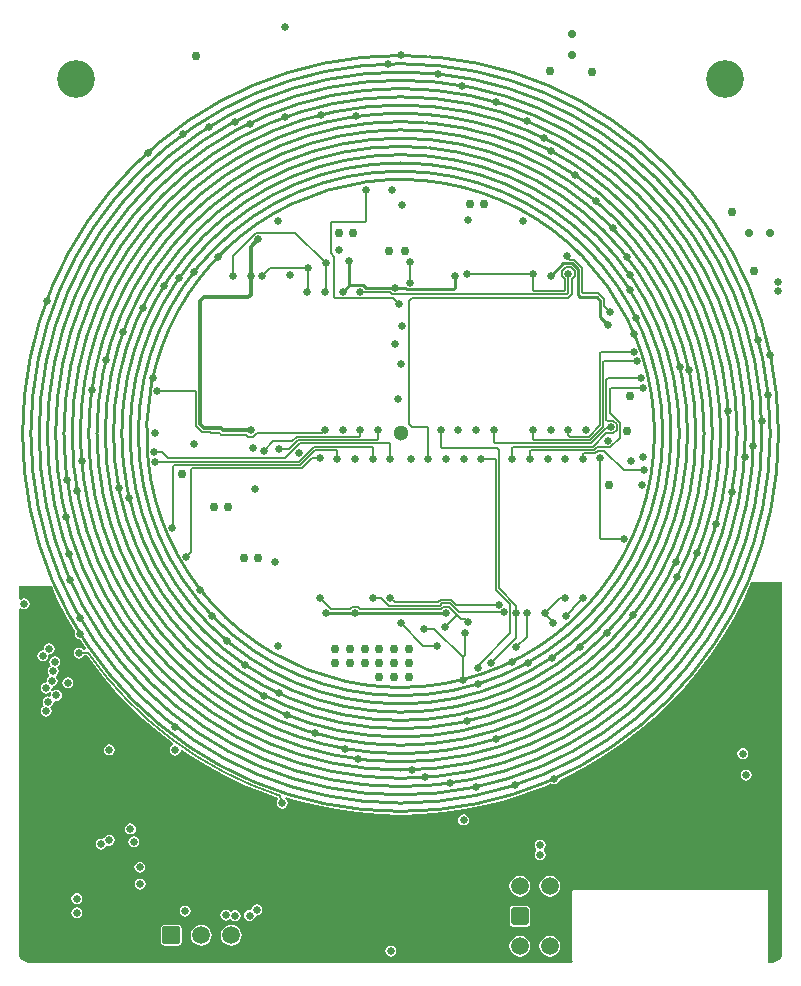
<source format=gbr>
%TF.GenerationSoftware,Altium Limited,Altium Designer,20.1.8 (145)*%
G04 Layer_Physical_Order=3*
G04 Layer_Color=16440176*
%FSLAX43Y43*%
%MOMM*%
%TF.SameCoordinates,D169B7AB-BDD6-48C1-BF66-756871F3EBFE*%
%TF.FilePolarity,Positive*%
%TF.FileFunction,Copper,L3,Inr,Signal*%
%TF.Part,Single*%
G01*
G75*
%TA.AperFunction,Conductor*%
%ADD10C,0.127*%
%ADD11C,0.254*%
%ADD12C,0.152*%
%ADD47C,0.305*%
%TA.AperFunction,ComponentPad*%
%ADD48O,1.900X1.100*%
%ADD49O,2.200X1.100*%
%ADD50C,0.700*%
%ADD51C,1.500*%
G04:AMPARAMS|DCode=52|XSize=1.5mm|YSize=1.5mm|CornerRadius=0.15mm|HoleSize=0mm|Usage=FLASHONLY|Rotation=0.000|XOffset=0mm|YOffset=0mm|HoleType=Round|Shape=RoundedRectangle|*
%AMROUNDEDRECTD52*
21,1,1.500,1.200,0,0,0.0*
21,1,1.200,1.500,0,0,0.0*
1,1,0.300,0.600,-0.600*
1,1,0.300,-0.600,-0.600*
1,1,0.300,-0.600,0.600*
1,1,0.300,0.600,0.600*
%
%ADD52ROUNDEDRECTD52*%
G04:AMPARAMS|DCode=53|XSize=1.5mm|YSize=1.5mm|CornerRadius=0.188mm|HoleSize=0mm|Usage=FLASHONLY|Rotation=0.000|XOffset=0mm|YOffset=0mm|HoleType=Round|Shape=RoundedRectangle|*
%AMROUNDEDRECTD53*
21,1,1.500,1.125,0,0,0.0*
21,1,1.125,1.500,0,0,0.0*
1,1,0.375,0.563,-0.563*
1,1,0.375,-0.563,-0.563*
1,1,0.375,-0.563,0.563*
1,1,0.375,0.563,0.563*
%
%ADD53ROUNDEDRECTD53*%
%TA.AperFunction,ViaPad*%
%ADD54C,0.660*%
%ADD55C,0.760*%
%ADD56C,3.200*%
%ADD57C,1.300*%
G36*
X1064796Y1032428D02*
Y1001000D01*
Y1000922D01*
X1064766Y1000768D01*
X1064705Y1000623D01*
X1064618Y1000492D01*
X1064507Y1000382D01*
X1064377Y1000294D01*
X1064232Y1000234D01*
X1064078Y1000204D01*
X1063630D01*
X1063580Y1000348D01*
X1063620Y1000445D01*
Y1006212D01*
X1063580Y1006309D01*
X1063482Y1006349D01*
X1047175D01*
X1047077Y1006309D01*
X1047037Y1006212D01*
Y1000445D01*
X1047077Y1000348D01*
X1047027Y1000204D01*
X1000922D01*
X1000768Y1000234D01*
X1000623Y1000294D01*
X1000492Y1000382D01*
X1000382Y1000492D01*
X1000294Y1000623D01*
X1000234Y1000768D01*
X1000204Y1000922D01*
Y1001000D01*
Y1030140D01*
X1000215Y1030149D01*
X1000356Y1030207D01*
X1000463Y1030136D01*
X1000641Y1030100D01*
X1000820Y1030136D01*
X1000971Y1030237D01*
X1001072Y1030388D01*
X1001107Y1030566D01*
X1001072Y1030745D01*
X1000971Y1030896D01*
X1000820Y1030997D01*
X1000641Y1031032D01*
X1000463Y1030997D01*
X1000356Y1030926D01*
X1000215Y1030984D01*
X1000204Y1030993D01*
Y1032041D01*
X1002963Y1032041D01*
X1003429Y1031000D01*
X1004259Y1029392D01*
X1004942Y1028235D01*
X1004932Y1028221D01*
X1004897Y1028043D01*
X1004932Y1027864D01*
X1005033Y1027713D01*
X1005184Y1027612D01*
X1005349Y1027579D01*
X1005866Y1026805D01*
X1005797Y1026666D01*
X1005677Y1026658D01*
X1005629Y1026729D01*
X1005478Y1026830D01*
X1005300Y1026866D01*
X1005122Y1026830D01*
X1004971Y1026729D01*
X1004870Y1026578D01*
X1004834Y1026400D01*
X1004870Y1026222D01*
X1004971Y1026071D01*
X1005122Y1025969D01*
X1005300Y1025934D01*
X1005478Y1025969D01*
X1005629Y1026071D01*
X1005729Y1026220D01*
X1005922Y1026232D01*
X1006171Y1025871D01*
X1007208Y1024519D01*
X1008315Y1023223D01*
X1009487Y1021988D01*
X1010723Y1020815D01*
X1012019Y1019708D01*
X1013262Y1018754D01*
X1013234Y1018594D01*
X1013083Y1018493D01*
X1012982Y1018341D01*
X1012947Y1018163D01*
X1012982Y1017985D01*
X1013083Y1017834D01*
X1013234Y1017733D01*
X1013413Y1017697D01*
X1013591Y1017733D01*
X1013742Y1017834D01*
X1013843Y1017985D01*
X1013874Y1018140D01*
X1013952Y1018194D01*
X1014022Y1018223D01*
X1014775Y1017706D01*
X1016228Y1016816D01*
X1017725Y1016003D01*
X1019263Y1015269D01*
X1020837Y1014617D01*
X1022105Y1014168D01*
X1022130Y1014116D01*
X1022157Y1014009D01*
X1022070Y1013878D01*
X1022034Y1013700D01*
X1022070Y1013522D01*
X1022171Y1013371D01*
X1022322Y1013270D01*
X1022500Y1013234D01*
X1022678Y1013270D01*
X1022829Y1013371D01*
X1022930Y1013522D01*
X1022966Y1013700D01*
X1022930Y1013878D01*
X1022829Y1014029D01*
X1022715Y1014106D01*
X1022781Y1014245D01*
X1023567Y1013994D01*
X1025320Y1013542D01*
X1027095Y1013189D01*
X1028887Y1012936D01*
X1030691Y1012784D01*
X1032500Y1012733D01*
X1034309Y1012784D01*
X1036113Y1012936D01*
X1037905Y1013189D01*
X1039680Y1013542D01*
X1041433Y1013994D01*
X1043157Y1014544D01*
X1044848Y1015189D01*
X1045272Y1015379D01*
X1045337Y1015336D01*
X1045516Y1015301D01*
X1045694Y1015336D01*
X1045845Y1015437D01*
X1045946Y1015588D01*
X1045966Y1015690D01*
X1046500Y1015929D01*
X1048108Y1016759D01*
X1049667Y1017679D01*
X1051172Y1018685D01*
X1052618Y1019773D01*
X1054001Y1020941D01*
X1055316Y1022184D01*
X1056559Y1023499D01*
X1057727Y1024882D01*
X1058815Y1026328D01*
X1059821Y1027833D01*
X1060741Y1029392D01*
X1061571Y1031000D01*
X1062210Y1032428D01*
X1064796Y1032428D01*
D02*
G37*
%LPC*%
G36*
X1002756Y1027219D02*
X1002578Y1027183D01*
X1002427Y1027082D01*
X1002326Y1026931D01*
X1002296Y1026780D01*
X1002201Y1026644D01*
X1002023Y1026608D01*
X1001872Y1026507D01*
X1001771Y1026356D01*
X1001735Y1026178D01*
X1001771Y1026000D01*
X1001872Y1025848D01*
X1002023Y1025747D01*
X1002201Y1025712D01*
X1002379Y1025747D01*
X1002531Y1025848D01*
X1002632Y1026000D01*
X1002661Y1026150D01*
X1002756Y1026287D01*
X1002934Y1026322D01*
X1003086Y1026423D01*
X1003187Y1026574D01*
X1003222Y1026753D01*
X1003187Y1026931D01*
X1003086Y1027082D01*
X1002934Y1027183D01*
X1002756Y1027219D01*
D02*
G37*
G36*
X1004338Y1024341D02*
X1004160Y1024305D01*
X1004009Y1024204D01*
X1003908Y1024053D01*
X1003872Y1023875D01*
X1003908Y1023696D01*
X1004009Y1023545D01*
X1004160Y1023444D01*
X1004338Y1023409D01*
X1004516Y1023444D01*
X1004668Y1023545D01*
X1004769Y1023696D01*
X1004804Y1023875D01*
X1004769Y1024053D01*
X1004668Y1024204D01*
X1004516Y1024305D01*
X1004338Y1024341D01*
D02*
G37*
G36*
X1003233Y1026122D02*
X1003055Y1026087D01*
X1002904Y1025986D01*
X1002803Y1025835D01*
X1002767Y1025656D01*
X1002803Y1025478D01*
X1002847Y1025412D01*
X1002902Y1025325D01*
X1002808Y1025217D01*
X1002770Y1025192D01*
X1002669Y1025041D01*
X1002634Y1024862D01*
X1002669Y1024684D01*
X1002734Y1024587D01*
X1002770Y1024533D01*
X1002701Y1024396D01*
X1002677Y1024379D01*
X1002576Y1024228D01*
X1002540Y1024049D01*
X1002540Y1024049D01*
X1002540Y1024049D01*
X1002537Y1024035D01*
X1002418Y1023884D01*
X1002333Y1023867D01*
X1002182Y1023766D01*
X1002081Y1023615D01*
X1002046Y1023437D01*
X1002081Y1023259D01*
X1002182Y1023108D01*
X1002333Y1023007D01*
X1002512Y1022971D01*
X1002690Y1023007D01*
X1002841Y1023108D01*
X1002949Y1023010D01*
X1002935Y1022990D01*
X1002903Y1022826D01*
X1002896Y1022809D01*
X1002765Y1022709D01*
X1002672Y1022728D01*
X1002493Y1022693D01*
X1002342Y1022591D01*
X1002241Y1022440D01*
X1002206Y1022262D01*
X1002241Y1022084D01*
X1002268Y1022043D01*
X1002330Y1021924D01*
X1002229Y1021848D01*
X1002182Y1021816D01*
X1002081Y1021665D01*
X1002046Y1021487D01*
X1002081Y1021309D01*
X1002182Y1021158D01*
X1002333Y1021057D01*
X1002512Y1021021D01*
X1002690Y1021057D01*
X1002841Y1021158D01*
X1002942Y1021309D01*
X1002978Y1021487D01*
X1002942Y1021665D01*
X1002915Y1021706D01*
X1002853Y1021825D01*
X1002954Y1021901D01*
X1003001Y1021933D01*
X1003102Y1022084D01*
X1003135Y1022248D01*
X1003141Y1022265D01*
X1003273Y1022365D01*
X1003366Y1022346D01*
X1003544Y1022382D01*
X1003695Y1022483D01*
X1003797Y1022634D01*
X1003832Y1022812D01*
X1003797Y1022990D01*
X1003695Y1023141D01*
X1003544Y1023242D01*
X1003366Y1023278D01*
X1003188Y1023242D01*
X1003036Y1023141D01*
X1002929Y1023239D01*
X1002942Y1023259D01*
X1002978Y1023437D01*
X1002978Y1023437D01*
X1003060Y1023552D01*
X1003100Y1023602D01*
X1003184Y1023619D01*
X1003336Y1023720D01*
X1003436Y1023871D01*
X1003472Y1024049D01*
X1003436Y1024228D01*
X1003372Y1024325D01*
X1003336Y1024379D01*
X1003404Y1024516D01*
X1003429Y1024533D01*
X1003530Y1024684D01*
X1003566Y1024862D01*
X1003530Y1025041D01*
X1003486Y1025107D01*
X1003431Y1025194D01*
X1003525Y1025302D01*
X1003562Y1025327D01*
X1003664Y1025478D01*
X1003699Y1025656D01*
X1003664Y1025835D01*
X1003562Y1025986D01*
X1003411Y1026087D01*
X1003233Y1026122D01*
D02*
G37*
G36*
X1007851Y1018692D02*
X1007672Y1018656D01*
X1007521Y1018555D01*
X1007420Y1018404D01*
X1007385Y1018226D01*
X1007420Y1018048D01*
X1007521Y1017897D01*
X1007672Y1017796D01*
X1007851Y1017760D01*
X1008029Y1017796D01*
X1008180Y1017897D01*
X1008281Y1018048D01*
X1008317Y1018226D01*
X1008281Y1018404D01*
X1008180Y1018555D01*
X1008029Y1018656D01*
X1007851Y1018692D01*
D02*
G37*
G36*
X1061475Y1018363D02*
X1061297Y1018328D01*
X1061146Y1018227D01*
X1061045Y1018075D01*
X1061009Y1017897D01*
X1061045Y1017719D01*
X1061146Y1017568D01*
X1061297Y1017467D01*
X1061475Y1017431D01*
X1061653Y1017467D01*
X1061805Y1017568D01*
X1061906Y1017719D01*
X1061941Y1017897D01*
X1061906Y1018075D01*
X1061805Y1018227D01*
X1061653Y1018328D01*
X1061475Y1018363D01*
D02*
G37*
G36*
X1061772Y1016519D02*
X1061594Y1016484D01*
X1061443Y1016383D01*
X1061342Y1016232D01*
X1061306Y1016053D01*
X1061342Y1015875D01*
X1061443Y1015724D01*
X1061594Y1015623D01*
X1061772Y1015587D01*
X1061950Y1015623D01*
X1062102Y1015724D01*
X1062203Y1015875D01*
X1062238Y1016053D01*
X1062203Y1016232D01*
X1062102Y1016383D01*
X1061950Y1016484D01*
X1061772Y1016519D01*
D02*
G37*
G36*
X1037833Y1012738D02*
X1037655Y1012703D01*
X1037504Y1012602D01*
X1037403Y1012451D01*
X1037367Y1012272D01*
X1037403Y1012094D01*
X1037504Y1011943D01*
X1037655Y1011842D01*
X1037833Y1011806D01*
X1038011Y1011842D01*
X1038163Y1011943D01*
X1038264Y1012094D01*
X1038299Y1012272D01*
X1038264Y1012451D01*
X1038163Y1012602D01*
X1038011Y1012703D01*
X1037833Y1012738D01*
D02*
G37*
G36*
X1009637Y1011995D02*
X1009459Y1011959D01*
X1009308Y1011858D01*
X1009207Y1011707D01*
X1009171Y1011529D01*
X1009207Y1011350D01*
X1009308Y1011199D01*
X1009459Y1011098D01*
X1009637Y1011063D01*
X1009815Y1011098D01*
X1009967Y1011199D01*
X1010068Y1011350D01*
X1010103Y1011529D01*
X1010068Y1011707D01*
X1009967Y1011858D01*
X1009815Y1011959D01*
X1009637Y1011995D01*
D02*
G37*
G36*
X1007851Y1011042D02*
X1007672Y1011007D01*
X1007521Y1010906D01*
X1007420Y1010754D01*
X1007249Y1010674D01*
X1007144Y1010695D01*
X1006966Y1010659D01*
X1006815Y1010558D01*
X1006714Y1010407D01*
X1006678Y1010229D01*
X1006714Y1010051D01*
X1006815Y1009899D01*
X1006966Y1009798D01*
X1007144Y1009763D01*
X1007323Y1009798D01*
X1007474Y1009899D01*
X1007575Y1010051D01*
X1007746Y1010131D01*
X1007851Y1010110D01*
X1008029Y1010146D01*
X1008180Y1010247D01*
X1008281Y1010398D01*
X1008317Y1010576D01*
X1008281Y1010754D01*
X1008180Y1010906D01*
X1008029Y1011007D01*
X1007851Y1011042D01*
D02*
G37*
G36*
X1009929Y1010891D02*
X1009751Y1010856D01*
X1009600Y1010755D01*
X1009499Y1010603D01*
X1009464Y1010425D01*
X1009499Y1010247D01*
X1009600Y1010096D01*
X1009751Y1009995D01*
X1009929Y1009959D01*
X1010108Y1009995D01*
X1010259Y1010096D01*
X1010360Y1010247D01*
X1010395Y1010425D01*
X1010360Y1010603D01*
X1010259Y1010755D01*
X1010108Y1010856D01*
X1009929Y1010891D01*
D02*
G37*
G36*
X1044329Y1010603D02*
X1044151Y1010567D01*
X1043999Y1010466D01*
X1043898Y1010315D01*
X1043863Y1010137D01*
X1043898Y1009959D01*
X1043999Y1009807D01*
X1044003Y1009805D01*
Y1009653D01*
X1043999Y1009651D01*
X1043898Y1009499D01*
X1043863Y1009321D01*
X1043898Y1009143D01*
X1043999Y1008992D01*
X1044151Y1008891D01*
X1044329Y1008855D01*
X1044507Y1008891D01*
X1044658Y1008992D01*
X1044759Y1009143D01*
X1044795Y1009321D01*
X1044759Y1009499D01*
X1044658Y1009651D01*
X1044655Y1009653D01*
Y1009805D01*
X1044658Y1009807D01*
X1044759Y1009959D01*
X1044795Y1010137D01*
X1044759Y1010315D01*
X1044658Y1010466D01*
X1044507Y1010567D01*
X1044329Y1010603D01*
D02*
G37*
G36*
X1010437Y1008723D02*
X1010259Y1008688D01*
X1010108Y1008586D01*
X1010007Y1008435D01*
X1009971Y1008257D01*
X1010007Y1008079D01*
X1010108Y1007927D01*
X1010259Y1007827D01*
X1010437Y1007791D01*
X1010616Y1007827D01*
X1010767Y1007927D01*
X1010868Y1008079D01*
X1010903Y1008257D01*
X1010868Y1008435D01*
X1010767Y1008586D01*
X1010616Y1008688D01*
X1010437Y1008723D01*
D02*
G37*
G36*
X1010447Y1007293D02*
X1010269Y1007258D01*
X1010118Y1007157D01*
X1010017Y1007006D01*
X1009981Y1006828D01*
X1010017Y1006649D01*
X1010118Y1006498D01*
X1010269Y1006397D01*
X1010447Y1006362D01*
X1010625Y1006397D01*
X1010777Y1006498D01*
X1010878Y1006649D01*
X1010913Y1006828D01*
X1010878Y1007006D01*
X1010777Y1007157D01*
X1010625Y1007258D01*
X1010447Y1007293D01*
D02*
G37*
G36*
X1045150Y1007550D02*
X1044921Y1007519D01*
X1044708Y1007431D01*
X1044525Y1007291D01*
X1044384Y1007107D01*
X1044296Y1006894D01*
X1044266Y1006665D01*
X1044296Y1006436D01*
X1044384Y1006223D01*
X1044525Y1006040D01*
X1044708Y1005899D01*
X1044921Y1005811D01*
X1045150Y1005780D01*
X1045379Y1005811D01*
X1045592Y1005899D01*
X1045776Y1006040D01*
X1045916Y1006223D01*
X1046005Y1006436D01*
X1046035Y1006665D01*
X1046005Y1006894D01*
X1045916Y1007107D01*
X1045776Y1007291D01*
X1045592Y1007431D01*
X1045379Y1007519D01*
X1045150Y1007550D01*
D02*
G37*
G36*
X1042610D02*
X1042381Y1007519D01*
X1042168Y1007431D01*
X1041984Y1007291D01*
X1041844Y1007107D01*
X1041756Y1006894D01*
X1041725Y1006665D01*
X1041756Y1006436D01*
X1041844Y1006223D01*
X1041984Y1006040D01*
X1042168Y1005899D01*
X1042381Y1005811D01*
X1042610Y1005780D01*
X1042839Y1005811D01*
X1043052Y1005899D01*
X1043235Y1006040D01*
X1043376Y1006223D01*
X1043464Y1006436D01*
X1043495Y1006665D01*
X1043464Y1006894D01*
X1043376Y1007107D01*
X1043235Y1007291D01*
X1043052Y1007431D01*
X1042839Y1007519D01*
X1042610Y1007550D01*
D02*
G37*
G36*
X1005082Y1006082D02*
X1004903Y1006047D01*
X1004752Y1005946D01*
X1004651Y1005795D01*
X1004616Y1005616D01*
X1004651Y1005438D01*
X1004752Y1005287D01*
X1004903Y1005186D01*
X1005082Y1005150D01*
X1005260Y1005186D01*
X1005411Y1005287D01*
X1005512Y1005438D01*
X1005547Y1005616D01*
X1005512Y1005795D01*
X1005411Y1005946D01*
X1005260Y1006047D01*
X1005082Y1006082D01*
D02*
G37*
G36*
X1020342Y1005121D02*
X1020163Y1005086D01*
X1020012Y1004985D01*
X1019911Y1004834D01*
X1019895Y1004755D01*
X1019734Y1004643D01*
X1019713Y1004647D01*
X1019535Y1004612D01*
X1019384Y1004511D01*
X1019283Y1004360D01*
X1019247Y1004181D01*
X1019283Y1004003D01*
X1019384Y1003852D01*
X1019535Y1003751D01*
X1019713Y1003715D01*
X1019892Y1003751D01*
X1020043Y1003852D01*
X1020144Y1004003D01*
X1020159Y1004082D01*
X1020320Y1004194D01*
X1020342Y1004190D01*
X1020520Y1004225D01*
X1020671Y1004326D01*
X1020772Y1004477D01*
X1020807Y1004656D01*
X1020772Y1004834D01*
X1020671Y1004985D01*
X1020520Y1005086D01*
X1020342Y1005121D01*
D02*
G37*
G36*
X1014264Y1005005D02*
X1014086Y1004970D01*
X1013935Y1004869D01*
X1013834Y1004717D01*
X1013798Y1004539D01*
X1013834Y1004361D01*
X1013935Y1004210D01*
X1014086Y1004109D01*
X1014264Y1004073D01*
X1014443Y1004109D01*
X1014594Y1004210D01*
X1014695Y1004361D01*
X1014730Y1004539D01*
X1014695Y1004717D01*
X1014594Y1004869D01*
X1014443Y1004970D01*
X1014264Y1005005D01*
D02*
G37*
G36*
X1005082Y1004864D02*
X1004903Y1004828D01*
X1004752Y1004727D01*
X1004651Y1004576D01*
X1004616Y1004398D01*
X1004651Y1004219D01*
X1004752Y1004068D01*
X1004903Y1003967D01*
X1005082Y1003932D01*
X1005260Y1003967D01*
X1005411Y1004068D01*
X1005512Y1004219D01*
X1005547Y1004398D01*
X1005512Y1004576D01*
X1005411Y1004727D01*
X1005260Y1004828D01*
X1005082Y1004864D01*
D02*
G37*
G36*
X1017708Y1004674D02*
X1017530Y1004639D01*
X1017379Y1004538D01*
X1017278Y1004387D01*
X1017242Y1004208D01*
X1017278Y1004030D01*
X1017379Y1003879D01*
X1017530Y1003778D01*
X1017708Y1003742D01*
X1017886Y1003778D01*
X1018038Y1003879D01*
X1018147D01*
X1018165Y1003852D01*
X1018316Y1003751D01*
X1018495Y1003715D01*
X1018673Y1003751D01*
X1018824Y1003852D01*
X1018925Y1004003D01*
X1018961Y1004181D01*
X1018925Y1004360D01*
X1018824Y1004511D01*
X1018673Y1004612D01*
X1018495Y1004647D01*
X1018316Y1004612D01*
X1018165Y1004511D01*
X1018056D01*
X1018038Y1004538D01*
X1017886Y1004639D01*
X1017708Y1004674D01*
D02*
G37*
G36*
X1043210Y1005007D02*
X1042010D01*
X1041902Y1004986D01*
X1041810Y1004925D01*
X1041749Y1004833D01*
X1041728Y1004725D01*
Y1003525D01*
X1041749Y1003417D01*
X1041810Y1003325D01*
X1041902Y1003264D01*
X1042010Y1003243D01*
X1043210D01*
X1043318Y1003264D01*
X1043410Y1003325D01*
X1043471Y1003417D01*
X1043492Y1003525D01*
Y1004725D01*
X1043471Y1004833D01*
X1043410Y1004925D01*
X1043318Y1004986D01*
X1043210Y1005007D01*
D02*
G37*
G36*
X1013658Y1003387D02*
X1012533D01*
X1012410Y1003362D01*
X1012306Y1003293D01*
X1012236Y1003189D01*
X1012212Y1003066D01*
Y1001941D01*
X1012236Y1001818D01*
X1012306Y1001714D01*
X1012410Y1001645D01*
X1012533Y1001620D01*
X1013658D01*
X1013780Y1001645D01*
X1013884Y1001714D01*
X1013954Y1001818D01*
X1013978Y1001941D01*
Y1003066D01*
X1013954Y1003189D01*
X1013884Y1003293D01*
X1013780Y1003362D01*
X1013658Y1003387D01*
D02*
G37*
G36*
X1018175Y1003388D02*
X1017946Y1003358D01*
X1017733Y1003270D01*
X1017550Y1003129D01*
X1017409Y1002946D01*
X1017321Y1002732D01*
X1017291Y1002503D01*
X1017321Y1002275D01*
X1017409Y1002061D01*
X1017550Y1001878D01*
X1017733Y1001737D01*
X1017946Y1001649D01*
X1018175Y1001619D01*
X1018404Y1001649D01*
X1018617Y1001737D01*
X1018801Y1001878D01*
X1018941Y1002061D01*
X1019030Y1002275D01*
X1019060Y1002503D01*
X1019030Y1002732D01*
X1018941Y1002946D01*
X1018801Y1003129D01*
X1018617Y1003270D01*
X1018404Y1003358D01*
X1018175Y1003388D01*
D02*
G37*
G36*
X1015635D02*
X1015406Y1003358D01*
X1015193Y1003270D01*
X1015010Y1003129D01*
X1014869Y1002946D01*
X1014781Y1002732D01*
X1014751Y1002503D01*
X1014781Y1002275D01*
X1014869Y1002061D01*
X1015010Y1001878D01*
X1015193Y1001737D01*
X1015406Y1001649D01*
X1015635Y1001619D01*
X1015864Y1001649D01*
X1016078Y1001737D01*
X1016261Y1001878D01*
X1016401Y1002061D01*
X1016490Y1002275D01*
X1016520Y1002503D01*
X1016490Y1002732D01*
X1016401Y1002946D01*
X1016261Y1003129D01*
X1016078Y1003270D01*
X1015864Y1003358D01*
X1015635Y1003388D01*
D02*
G37*
G36*
X1045150Y1002470D02*
X1044921Y1002439D01*
X1044708Y1002351D01*
X1044525Y1002211D01*
X1044384Y1002027D01*
X1044296Y1001814D01*
X1044266Y1001585D01*
X1044296Y1001356D01*
X1044384Y1001143D01*
X1044525Y1000960D01*
X1044708Y1000819D01*
X1044921Y1000731D01*
X1045150Y1000701D01*
X1045379Y1000731D01*
X1045592Y1000819D01*
X1045776Y1000960D01*
X1045916Y1001143D01*
X1046005Y1001356D01*
X1046035Y1001585D01*
X1046005Y1001814D01*
X1045916Y1002027D01*
X1045776Y1002211D01*
X1045592Y1002351D01*
X1045379Y1002439D01*
X1045150Y1002470D01*
D02*
G37*
G36*
X1042610D02*
X1042381Y1002439D01*
X1042168Y1002351D01*
X1041984Y1002211D01*
X1041844Y1002027D01*
X1041756Y1001814D01*
X1041725Y1001585D01*
X1041756Y1001356D01*
X1041844Y1001143D01*
X1041984Y1000960D01*
X1042168Y1000819D01*
X1042381Y1000731D01*
X1042610Y1000701D01*
X1042839Y1000731D01*
X1043052Y1000819D01*
X1043235Y1000960D01*
X1043376Y1001143D01*
X1043464Y1001356D01*
X1043495Y1001585D01*
X1043464Y1001814D01*
X1043376Y1002027D01*
X1043235Y1002211D01*
X1043052Y1002351D01*
X1042839Y1002439D01*
X1042610Y1002470D01*
D02*
G37*
G36*
X1031690Y1001631D02*
X1031511Y1001595D01*
X1031360Y1001494D01*
X1031259Y1001343D01*
X1031224Y1001165D01*
X1031259Y1000987D01*
X1031360Y1000836D01*
X1031511Y1000734D01*
X1031690Y1000699D01*
X1031868Y1000734D01*
X1032019Y1000836D01*
X1032120Y1000987D01*
X1032156Y1001165D01*
X1032120Y1001343D01*
X1032019Y1001494D01*
X1031868Y1001595D01*
X1031690Y1001631D01*
D02*
G37*
%LPD*%
D10*
X1034494Y1028474D02*
X1035327D01*
X1037755Y1026046D01*
X1037932Y1026224D02*
Y1028077D01*
X1037755Y1026046D02*
X1037932Y1026224D01*
X1020751Y1058345D02*
X1021416Y1059010D01*
X1024673D01*
X1024600Y1057000D02*
X1024673Y1057073D01*
Y1059010D01*
X1026943Y1056479D02*
X1031825D01*
X1026850Y1056573D02*
X1026943Y1056479D01*
X1026850Y1056573D02*
Y1059975D01*
X1040837Y1042292D02*
X1040838Y1042293D01*
X1040850D01*
X1040583Y1032020D02*
Y1042215D01*
X1040571Y1042227D02*
X1040583Y1042215D01*
X1040571Y1032007D02*
X1040583Y1032020D01*
X1040837Y1031908D02*
Y1042292D01*
X1031825Y1056479D02*
X1032370Y1055935D01*
X1029603Y1062974D02*
Y1065615D01*
X1026575Y1060250D02*
Y1062826D01*
X1026650Y1062900D01*
X1029528D01*
X1029603Y1062974D01*
X1026575Y1060250D02*
X1026850Y1059975D01*
X1023349Y1015068D02*
X1023349Y1015068D01*
D11*
X1063100Y1045000D02*
G03*
X1063100Y1045000I-30600J0D01*
G01*
X1037755Y1024152D02*
G03*
X1054000Y1045000I-5255J20848D01*
G01*
D02*
G03*
X1037755Y1024152I-21500J0D01*
G01*
X1040691Y1019167D02*
G03*
X1059600Y1045000I-8191J25833D01*
G01*
X1040620Y1019145D02*
G03*
X1040691Y1019167I-8120J25855D01*
G01*
X1059600Y1045000D02*
G03*
X1040620Y1019145I-27100J0D01*
G01*
X1040620D02*
G03*
X1040691Y1019167I-8120J25855D01*
G01*
X1040620Y1019145D02*
G03*
X1040691Y1019167I-8120J25855D01*
G01*
X1040620Y1019145D02*
G03*
X1040691Y1019167I-8120J25855D01*
G01*
X1054700Y1045000D02*
G03*
X1054700Y1045000I-22200J0D01*
G01*
X1055400D02*
G03*
X1055400Y1045000I-22900J0D01*
G01*
X1063800D02*
G03*
X1063800Y1045000I-31300J0D01*
G01*
X1064500D02*
G03*
X1064500Y1045000I-32000J0D01*
G01*
X1061700D02*
G03*
X1061700Y1045000I-29200J0D01*
G01*
X1062400D02*
G03*
X1062400Y1045000I-29900J0D01*
G01*
X1056100D02*
G03*
X1056100Y1045000I-23600J0D01*
G01*
X1056800D02*
G03*
X1056800Y1045000I-24300J0D01*
G01*
X1057500D02*
G03*
X1057500Y1045000I-25000J0D01*
G01*
X1058200D02*
G03*
X1058200Y1045000I-25700J0D01*
G01*
X1058900D02*
G03*
X1058900Y1045000I-26400J0D01*
G01*
X1060300D02*
G03*
X1060300Y1045000I-27800J0D01*
G01*
X1061000D02*
G03*
X1061000Y1045000I-28500J0D01*
G01*
X1046263Y1059388D02*
X1047058D01*
X1045200Y1058326D02*
X1046263Y1059388D01*
X1047563Y1056691D02*
Y1058883D01*
Y1056691D02*
X1047728Y1056527D01*
X1049118D02*
X1049427Y1056218D01*
X1047728Y1056527D02*
X1049118D01*
X1049427Y1054828D02*
Y1056218D01*
X1047058Y1059388D02*
X1047563Y1058883D01*
X1049427Y1054828D02*
X1050062Y1054193D01*
X1028184Y1057584D02*
X1029342D01*
X1028176Y1057576D02*
X1028184Y1057584D01*
X1028176Y1057576D02*
Y1059610D01*
X1027600Y1057000D02*
X1028176Y1057576D01*
X1029596Y1057330D02*
X1031991D01*
X1029342Y1057584D02*
X1029596Y1057330D01*
X1028650Y1029800D02*
X1036350D01*
X1026200D02*
X1028650D01*
X1033009Y1057191D02*
X1036926D01*
X1037075Y1057340D01*
Y1058350D01*
X1031991Y1057330D02*
X1031996Y1057325D01*
X1031998Y1057327D02*
X1032873D01*
X1033009Y1057191D01*
D12*
X1006023Y1026446D02*
G03*
X1022325Y1014313I26477J18554D01*
G01*
X1005300Y1026400D02*
X1006023Y1026446D01*
X1006023D01*
X1040152Y1025534D02*
X1042313Y1027695D01*
X1049937Y1045443D02*
X1050193D01*
X1048652Y1044158D02*
X1049937Y1045443D01*
X1050193D02*
X1050290Y1045540D01*
X1040489Y1044158D02*
X1048652D01*
X1050511Y1045007D02*
X1050824Y1045319D01*
X1049896Y1045007D02*
X1050511D01*
X1048768Y1043879D02*
X1049896Y1045007D01*
X1049656Y1045556D02*
Y1051083D01*
X1048537Y1044437D02*
X1049656Y1045556D01*
X1049376Y1045672D02*
Y1051830D01*
X1048421Y1044717D02*
X1049376Y1045672D01*
X1051386Y1041882D02*
X1053126D01*
X1049730Y1043537D02*
X1051386Y1041882D01*
X1049217Y1043537D02*
X1049730D01*
X1046543Y1029500D02*
X1047138Y1030094D01*
X1030150Y1031100D02*
X1030849D01*
X1031539Y1030410D02*
X1035810D01*
X1030849Y1031100D02*
X1031539Y1030410D01*
X1037460Y1029839D02*
X1041247D01*
X1036687Y1030613D02*
X1037460Y1029839D01*
X1036013Y1030613D02*
X1036687D01*
X1035810Y1030410D02*
X1036013Y1030613D01*
X1044711Y1029715D02*
Y1029772D01*
Y1029715D02*
X1045411Y1029015D01*
Y1028958D02*
Y1029015D01*
X1037197Y1030498D02*
X1040815D01*
X1036802Y1030892D02*
X1037197Y1030498D01*
X1041780Y1028092D02*
Y1030552D01*
X1040571Y1031762D02*
X1041780Y1030552D01*
X1040571Y1031762D02*
Y1032007D01*
X1040850Y1031877D02*
Y1031944D01*
Y1031877D02*
X1042313Y1030414D01*
Y1027695D02*
Y1030414D01*
X1039099Y1025152D02*
X1039197Y1025250D01*
Y1025509D01*
X1041780Y1028092D01*
X1042306Y1026911D02*
X1043194Y1027799D01*
Y1029759D01*
X1046002Y1031063D02*
X1046413D01*
X1046450Y1031100D01*
X1044711Y1029772D02*
X1046002Y1031063D01*
X1037755Y1024152D02*
Y1026046D01*
X1047138Y1030094D02*
Y1030250D01*
X1047950Y1031062D01*
X1035898Y1030892D02*
X1036802D01*
X1049000Y1043320D02*
X1049217Y1043537D01*
X1048047Y1043320D02*
X1049000D01*
X1049101Y1043817D02*
X1050271D01*
X1048884Y1043599D02*
X1049101Y1043817D01*
X1043539Y1043599D02*
X1048884D01*
X1048768Y1043879D02*
Y1043879D01*
X1042039Y1043879D02*
X1048768D01*
X1048768Y1043879D01*
X1050271Y1043817D02*
X1051103Y1044649D01*
Y1045876D01*
X1050214Y1046765D02*
X1051103Y1045876D01*
X1050214Y1046765D02*
Y1048782D01*
X1050304Y1048871D02*
X1053055D01*
X1050214Y1048782D02*
X1050304Y1048871D01*
X1049935Y1049563D02*
X1050024Y1049652D01*
X1049935Y1046162D02*
Y1049563D01*
X1050024Y1049652D02*
X1052892D01*
X1050024Y1046073D02*
X1050511D01*
X1050824Y1045761D01*
Y1045319D02*
Y1045761D01*
X1049935Y1046162D02*
X1050024Y1046073D01*
X1049425Y1036174D02*
Y1042900D01*
X1049514Y1036084D02*
X1051421D01*
X1049425Y1036174D02*
X1049514Y1036084D01*
X1046881Y1059719D02*
X1047194D01*
X1046600Y1060000D02*
Y1060000D01*
Y1060000D02*
X1046881Y1059719D01*
X1047894Y1056947D02*
Y1059019D01*
X1047983Y1056857D02*
X1049255D01*
X1047894Y1056947D02*
X1047983Y1056857D01*
X1049757Y1055764D02*
Y1056355D01*
Y1055764D02*
X1050263Y1055258D01*
X1049255Y1056857D02*
X1049757Y1056355D01*
X1047194Y1059719D02*
X1047894Y1059019D01*
X1043789Y1057070D02*
X1046331D01*
X1031776Y1056791D02*
X1046610D01*
X1033503Y1056476D02*
X1046690D01*
X1033224Y1045803D02*
Y1056197D01*
X1033503Y1056476D01*
X1046690D02*
X1046979Y1056765D01*
X1046421Y1057159D02*
Y1058050D01*
X1046167Y1058304D02*
X1046421Y1058050D01*
X1046331Y1057070D02*
X1046421Y1057159D01*
X1046921Y1059058D02*
X1047233Y1058746D01*
X1046479Y1059058D02*
X1046921D01*
X1046167Y1058746D02*
X1046479Y1059058D01*
X1046167Y1058304D02*
Y1058746D01*
X1043700Y1057159D02*
Y1058476D01*
Y1057159D02*
X1043789Y1057070D01*
X1047233Y1058304D02*
Y1058746D01*
X1046979Y1058050D02*
X1047233Y1058304D01*
X1046979Y1056765D02*
Y1058050D01*
X1038115Y1058476D02*
X1043700D01*
X1011646Y1043389D02*
X1012336D01*
X1012839Y1042885D02*
X1022681D01*
X1012336Y1043389D02*
X1012839Y1042885D01*
X1014764Y1034946D02*
Y1041935D01*
X1014376Y1034559D02*
X1014764Y1034946D01*
Y1041935D02*
X1014875Y1042047D01*
X1024141D01*
X1034384Y1027038D02*
X1035629D01*
X1032503Y1028919D02*
X1032503D01*
X1034384Y1027038D01*
X1036571Y1030333D02*
X1037613Y1029291D01*
X1036271Y1028600D02*
X1036272D01*
X1037288Y1029616D01*
X1037979Y1029291D02*
X1038233Y1029037D01*
X1037613Y1029291D02*
X1037979D01*
X1020251Y1061978D02*
X1023606D01*
X1026171Y1059414D01*
Y1057070D02*
Y1059414D01*
X1011722Y1042605D02*
X1023909D01*
X1013381Y1042326D02*
X1024025D01*
X1020307Y1045003D02*
X1025853D01*
X1019579Y1044717D02*
X1020021D01*
X1020307Y1045003D01*
X1016476D02*
X1017221D01*
X1019402Y1044894D02*
X1019579Y1044717D01*
X1017221Y1045003D02*
X1017329Y1044894D01*
X1019402D01*
X1025853Y1045003D02*
X1026100Y1045250D01*
X1026100Y1057000D02*
X1026171Y1057070D01*
X1018300Y1058350D02*
Y1060027D01*
X1020251Y1061978D01*
X1020899Y1043550D02*
X1021691Y1044342D01*
X1022212Y1043694D02*
X1023095D01*
X1023833Y1044432D01*
X1021691Y1044342D02*
X1023347D01*
X1023717Y1044712D01*
X1040691Y1019167D02*
X1040691Y1019167D01*
X1040668Y1019145D02*
X1040691Y1019167D01*
X1040620Y1019145D02*
X1040668D01*
X1040620D02*
X1040620D01*
X1032061Y1030689D02*
X1035695D01*
X1035898Y1030892D01*
X1031650Y1031100D02*
X1032061Y1030689D01*
X1025650Y1031100D02*
X1025654D01*
X1026624Y1030130D02*
X1028226D01*
X1025654Y1031100D02*
X1026624Y1030130D01*
X1022681Y1042885D02*
X1023949Y1044153D01*
X1024141Y1042047D02*
X1024985Y1042891D01*
X1013269Y1037103D02*
Y1042214D01*
X1024025Y1042326D02*
X1025293Y1043594D01*
X1013269Y1042214D02*
X1013381Y1042326D01*
X1023909Y1042605D02*
X1025177Y1043873D01*
X1046700Y1044830D02*
X1046813Y1044717D01*
X1048421D01*
X1046700Y1044830D02*
Y1045250D01*
X1029100Y1057000D02*
X1031567D01*
X1040558Y1042314D02*
X1040571Y1042302D01*
X1039350Y1042850D02*
X1040469D01*
X1040558Y1042761D01*
Y1042314D02*
Y1042761D01*
X1040571Y1042227D02*
Y1042302D01*
X1025177Y1043873D02*
X1030061D01*
X1025293Y1043594D02*
X1027061D01*
X1040838Y1042430D02*
Y1043620D01*
X1035989Y1043754D02*
X1040704D01*
X1040838Y1043620D01*
X1040850Y1042293D02*
Y1042418D01*
X1040838Y1042430D02*
X1040850Y1042418D01*
X1035900Y1043843D02*
X1035989Y1043754D01*
X1035900Y1043843D02*
Y1045250D01*
X1033224Y1045803D02*
X1033503Y1045524D01*
X1034850Y1042850D02*
Y1045435D01*
X1033503Y1045524D02*
X1034761D01*
X1034850Y1045435D01*
X1031567Y1057000D02*
X1031776Y1056791D01*
X1046610D02*
X1046700Y1056881D01*
Y1058525D01*
X1049465Y1051920D02*
X1052238D01*
X1049656Y1051083D02*
X1049745Y1051172D01*
X1049376Y1051830D02*
X1049465Y1051920D01*
X1049745Y1051172D02*
X1052485D01*
X1015724Y1045092D02*
X1016387D01*
X1015192Y1045624D02*
X1015724Y1045092D01*
X1016387D02*
X1016476Y1045003D01*
X1015192Y1045624D02*
Y1048471D01*
X1015103Y1048560D02*
X1015192Y1048471D01*
X1011889Y1048560D02*
X1015103D01*
X1024985Y1042891D02*
X1025650D01*
X1036129Y1030333D02*
X1036571D01*
X1028429D02*
X1028871D01*
X1029074Y1030130D02*
X1035926D01*
X1028871Y1030333D02*
X1029074Y1030130D01*
X1028226D02*
X1028429Y1030333D01*
X1035926Y1030130D02*
X1036129Y1030333D01*
X1022325Y1014313D02*
X1022500Y1013700D01*
X1022100Y1063013D02*
X1022100Y1063013D01*
X1043789Y1044437D02*
X1048537D01*
X1047950Y1042850D02*
Y1043223D01*
X1048047Y1043320D01*
X1043700Y1044527D02*
Y1045250D01*
Y1044527D02*
X1043789Y1044437D01*
X1043450Y1042850D02*
Y1043510D01*
X1043539Y1043599D01*
X1041950Y1042850D02*
Y1043789D01*
X1042039Y1043879D01*
X1040400Y1044247D02*
Y1045250D01*
Y1044247D02*
X1040489Y1044158D01*
X1027150Y1042850D02*
Y1043505D01*
X1027061Y1043594D02*
X1027150Y1043505D01*
X1030150Y1042850D02*
Y1043784D01*
X1030061Y1043873D02*
X1030150Y1043784D01*
X1031650Y1042850D02*
Y1044063D01*
X1031561Y1044153D02*
X1031650Y1044063D01*
X1023949Y1044153D02*
X1031561D01*
X1029082Y1045232D02*
X1029100Y1045250D01*
X1023717Y1044712D02*
X1029011D01*
X1029082Y1044783D01*
Y1045232D01*
X1030581Y1044521D02*
Y1045231D01*
X1030492Y1044432D02*
X1030581Y1044521D01*
X1023833Y1044432D02*
X1030492D01*
X1013172Y1037006D02*
X1013269Y1037103D01*
X1033275Y1057775D02*
X1033275Y1057775D01*
X1033275Y1057775D02*
Y1059504D01*
X1033275Y1059504D02*
X1033275Y1059504D01*
X1002526Y1056207D02*
X1002526Y1056207D01*
X1002526D01*
X1030581Y1045231D02*
X1030600Y1045250D01*
D47*
X1019621Y1056552D02*
X1019800Y1056731D01*
X1015871Y1056552D02*
X1019621D01*
X1017279Y1045448D02*
X1017476Y1045250D01*
X1019800D01*
Y1058350D02*
Y1060773D01*
Y1056731D02*
Y1058350D01*
Y1060773D02*
X1020471Y1061445D01*
X1015548Y1056229D02*
X1015871Y1056552D01*
X1015548Y1045771D02*
Y1056229D01*
Y1045771D02*
X1015871Y1045448D01*
X1017279D01*
D48*
X1029710Y1011484D02*
D03*
X1035310D02*
D03*
D49*
X1032510Y1009334D02*
D03*
D50*
X1063811Y1062000D02*
D03*
X1062011D02*
D03*
X1047000Y1078808D02*
D03*
Y1077008D02*
D03*
D51*
X1045150Y1006665D02*
D03*
Y1004125D02*
D03*
Y1001585D02*
D03*
X1042610D02*
D03*
Y1006665D02*
D03*
X1015635Y1002503D02*
D03*
X1018175D02*
D03*
X1020715D02*
D03*
D52*
X1042610Y1004125D02*
D03*
D53*
X1013095Y1002503D02*
D03*
D54*
X1009929Y1010425D02*
D03*
X1009637Y1011529D02*
D03*
X1010437Y1008257D02*
D03*
X1010447Y1006828D02*
D03*
X1007144Y1010229D02*
D03*
X1007851Y1010576D02*
D03*
X1031690Y1001165D02*
D03*
X1014264Y1004539D02*
D03*
X1014415Y1007533D02*
D03*
X1013413Y1018163D02*
D03*
X1007851Y1018226D02*
D03*
X1061475Y1017897D02*
D03*
X1064458Y1057036D02*
D03*
X1061772Y1016053D02*
D03*
X1019713Y1004181D02*
D03*
X1005082Y1004398D02*
D03*
Y1005616D02*
D03*
X1040152Y1025534D02*
D03*
X1050290Y1045540D02*
D03*
X1053058Y1042977D02*
D03*
X1015013Y1044137D02*
D03*
X1046543Y1029500D02*
D03*
X1041247Y1029839D02*
D03*
X1045411Y1028958D02*
D03*
X1040815Y1030498D02*
D03*
X1043194Y1029759D02*
D03*
X1061629Y1042963D02*
D03*
X1032311Y1047919D02*
D03*
X1032032Y1052554D02*
D03*
X1045200Y1058326D02*
D03*
X1050062Y1054193D02*
D03*
X1050263Y1055258D02*
D03*
X1052959Y1040653D02*
D03*
X1053126Y1041882D02*
D03*
X1051999Y1042671D02*
D03*
X1044711Y1029772D02*
D03*
X1019998Y1043742D02*
D03*
X1024673Y1059010D02*
D03*
X1028176Y1059610D02*
D03*
X1026171Y1059414D02*
D03*
X1019800Y1058350D02*
D03*
X1020899Y1043550D02*
D03*
X1011518Y1049692D02*
D03*
X1018300Y1058350D02*
D03*
X1023116Y1058389D02*
D03*
X1022212Y1043694D02*
D03*
X1037932Y1028077D02*
D03*
X1020342Y1004656D02*
D03*
X1018495Y1004181D02*
D03*
X1017708Y1004208D02*
D03*
X1005136Y1040098D02*
D03*
X1034494Y1028474D02*
D03*
X1042306Y1026911D02*
D03*
X1038233Y1029037D02*
D03*
X1004167Y1037936D02*
D03*
X1038116Y1020639D02*
D03*
X1042313Y1029791D02*
D03*
X1064458Y1057848D02*
D03*
X1020751Y1058345D02*
D03*
X1044329Y1010137D02*
D03*
Y1009321D02*
D03*
X1031650Y1031100D02*
D03*
X1047950Y1031062D02*
D03*
X1030150Y1031100D02*
D03*
X1035629Y1027038D02*
D03*
X1032503Y1028919D02*
D03*
X1041925Y1025676D02*
D03*
X1037755Y1024152D02*
D03*
X1046600Y1060000D02*
D03*
X1022500Y1013700D02*
D03*
X1005300Y1026400D02*
D03*
X1022700Y1079400D02*
D03*
X1038862Y1015069D02*
D03*
X1025650Y1031100D02*
D03*
X1036271Y1028600D02*
D03*
X1040620Y1019145D02*
D03*
X1038200Y1063100D02*
D03*
X1029603Y1065615D02*
D03*
X1032370Y1055935D02*
D03*
X1047950Y1042850D02*
D03*
X1029100Y1045250D02*
D03*
X1037833Y1012272D02*
D03*
X1039089Y1023800D02*
D03*
X1039099Y1025152D02*
D03*
X1043700Y1058476D02*
D03*
X1033275Y1059504D02*
D03*
X1002526Y1056207D02*
D03*
X1013446Y1020168D02*
D03*
X1014376Y1034559D02*
D03*
X1060232Y1046939D02*
D03*
X1051421Y1036084D02*
D03*
X1013172Y1037006D02*
D03*
X1027150Y1042850D02*
D03*
X1011722Y1042605D02*
D03*
X1011646Y1043389D02*
D03*
X1052238Y1051920D02*
D03*
X1050050Y1044350D02*
D03*
X1049425Y1042900D02*
D03*
X1052289Y1053406D02*
D03*
X1052485Y1051172D02*
D03*
X1052892Y1049652D02*
D03*
X1053055Y1048871D02*
D03*
X1011889Y1048560D02*
D03*
X1046450Y1031100D02*
D03*
X1056171Y1050655D02*
D03*
X1056906Y1050375D02*
D03*
X1062782Y1052918D02*
D03*
X1032627Y1054054D02*
D03*
X1032500Y1050862D02*
D03*
X1031996Y1057325D02*
D03*
X1037075Y1058350D02*
D03*
X1033275Y1057775D02*
D03*
X1031781Y1065588D02*
D03*
X1046700Y1058525D02*
D03*
X1029100Y1057000D02*
D03*
X1038115Y1058476D02*
D03*
X1026100Y1057000D02*
D03*
X1027600Y1057000D02*
D03*
X1024600D02*
D03*
X1020471Y1061445D02*
D03*
X1023925Y1043375D02*
D03*
X1026200Y1029800D02*
D03*
X1028650D02*
D03*
X1036350D02*
D03*
X1009552Y1039491D02*
D03*
X1008646Y1040363D02*
D03*
X1003366Y1022812D02*
D03*
X1003006Y1024049D02*
D03*
X1003233Y1025656D02*
D03*
X1026100Y1045250D02*
D03*
X1004338Y1023875D02*
D03*
X1002201Y1026178D02*
D03*
X1002756Y1026753D02*
D03*
X1003100Y1024862D02*
D03*
X1002512Y1021487D02*
D03*
X1002672Y1022262D02*
D03*
X1002512Y1023437D02*
D03*
X1043700Y1045250D02*
D03*
X1045200D02*
D03*
X1046700D02*
D03*
X1048200D02*
D03*
X1046450Y1042850D02*
D03*
X1044950D02*
D03*
X1043450D02*
D03*
X1041950D02*
D03*
X1040400Y1045250D02*
D03*
X1038900D02*
D03*
X1037400D02*
D03*
X1035900D02*
D03*
X1039350Y1042850D02*
D03*
X1037850D02*
D03*
X1036350D02*
D03*
X1034850D02*
D03*
X1033350D02*
D03*
X1031650D02*
D03*
X1030150D02*
D03*
X1028650D02*
D03*
X1025650Y1042891D02*
D03*
X1030600Y1045250D02*
D03*
X1027600D02*
D03*
X1019800D02*
D03*
X1000641Y1030566D02*
D03*
X1032650Y1064361D02*
D03*
X1027249Y1060528D02*
D03*
X1021874Y1034150D02*
D03*
X1022100Y1063013D02*
D03*
X1011700Y1045000D02*
D03*
X1022100Y1026987D02*
D03*
X1042900Y1063013D02*
D03*
X1005503Y1042638D02*
D03*
X1051920Y1057135D02*
D03*
X1051954Y1058384D02*
D03*
X1020934Y1022800D02*
D03*
X1022221Y1022990D02*
D03*
X1055917Y1032810D02*
D03*
X1055792Y1034139D02*
D03*
X1012486Y1057506D02*
D03*
X1013741Y1058135D02*
D03*
X1020170Y1040257D02*
D03*
X1031408Y1076281D02*
D03*
X1036661Y1015391D02*
D03*
X1028871Y1017438D02*
D03*
X1027794Y1018312D02*
D03*
X1018463Y1071400D02*
D03*
X1028728Y1071836D02*
D03*
X1025775Y1071974D02*
D03*
X1022752Y1071781D02*
D03*
X1019721Y1071200D02*
D03*
X1016284Y1070950D02*
D03*
X1014102Y1070322D02*
D03*
X1011088Y1068781D02*
D03*
X1017034Y1059935D02*
D03*
X1004403Y1034774D02*
D03*
X1015006Y1058668D02*
D03*
X1010659Y1055652D02*
D03*
X1009008Y1053551D02*
D03*
X1007563Y1051217D02*
D03*
X1006357Y1048674D02*
D03*
X1004277Y1041034D02*
D03*
X1004546Y1032554D02*
D03*
X1005393Y1029350D02*
D03*
X1005362Y1028043D02*
D03*
X1043263Y1025583D02*
D03*
X1044687Y1069986D02*
D03*
X1045223Y1068928D02*
D03*
X1015558Y1031763D02*
D03*
X1016531Y1029579D02*
D03*
X1017780Y1027458D02*
D03*
X1019303Y1025435D02*
D03*
X1022873Y1021171D02*
D03*
X1025223Y1019623D02*
D03*
X1033495Y1016517D02*
D03*
X1034537Y1015871D02*
D03*
X1042172Y1015232D02*
D03*
X1045516Y1015767D02*
D03*
X1062382Y1043957D02*
D03*
X1045306Y1026015D02*
D03*
X1047670Y1026921D02*
D03*
X1049980Y1028120D02*
D03*
X1052200Y1029609D02*
D03*
X1057627Y1034848D02*
D03*
X1059223Y1037337D02*
D03*
X1060567Y1040051D02*
D03*
X1063081Y1046068D02*
D03*
X1063629Y1048272D02*
D03*
X1063801Y1051653D02*
D03*
X1040549Y1073069D02*
D03*
X1052453Y1054732D02*
D03*
X1051649Y1059961D02*
D03*
X1050484Y1062366D02*
D03*
X1049020Y1064687D02*
D03*
X1047263Y1066887D02*
D03*
X1043176Y1071425D02*
D03*
X1037692Y1074446D02*
D03*
X1032500Y1077000D02*
D03*
X1035699Y1075432D02*
D03*
D55*
X1010251Y1005649D02*
D03*
X1010920Y1002436D02*
D03*
X1011817Y1002437D02*
D03*
X1008040Y1005672D02*
D03*
X1002772Y1001530D02*
D03*
X1050171Y1040658D02*
D03*
X1051689Y1045235D02*
D03*
X1062399Y1058713D02*
D03*
X1060565Y1063713D02*
D03*
X1045115Y1075718D02*
D03*
X1048722Y1075610D02*
D03*
X1020403Y1010175D02*
D03*
X1021588D02*
D03*
X1005964Y1022749D02*
D03*
X1005897Y1020841D02*
D03*
X1027085Y1009513D02*
D03*
X1028100D02*
D03*
Y1012477D02*
D03*
X1029289Y1006329D02*
D03*
X1026587Y1002405D02*
D03*
X1027449Y1006329D02*
D03*
X1028369D02*
D03*
X1006400Y1011400D02*
D03*
X1007584D02*
D03*
X1024746Y1002405D02*
D03*
X1025666D02*
D03*
X1062600Y1028700D02*
D03*
X1063784D02*
D03*
X1059600Y1023000D02*
D03*
X1060784D02*
D03*
X1044491Y1014424D02*
D03*
X1045449Y1014445D02*
D03*
X1012167Y1007216D02*
D03*
X1004900Y1001516D02*
D03*
Y1002450D02*
D03*
X1038361Y1064431D02*
D03*
X1015200Y1076925D02*
D03*
X1030708Y1024369D02*
D03*
X1031958D02*
D03*
X1033208D02*
D03*
X1027085Y1011542D02*
D03*
Y1012477D02*
D03*
X1028100Y1011542D02*
D03*
X1033208Y1025553D02*
D03*
Y1026737D02*
D03*
X1031958Y1025553D02*
D03*
Y1026737D02*
D03*
X1041251Y1012355D02*
D03*
X1040067D02*
D03*
X1037432Y1005397D02*
D03*
Y1004212D02*
D03*
X1028100Y1010528D02*
D03*
X1027085D02*
D03*
X1014678Y1008259D02*
D03*
X1017654Y1006751D02*
D03*
X1004497Y1011350D02*
D03*
Y1010165D02*
D03*
X1004326Y1018171D02*
D03*
X1003294Y1019322D02*
D03*
X1001464Y1029529D02*
D03*
X1005964Y1023653D02*
D03*
X1026958Y1026737D02*
D03*
Y1025553D02*
D03*
X1028208Y1026737D02*
D03*
Y1025553D02*
D03*
X1029458Y1026737D02*
D03*
Y1025553D02*
D03*
X1030708Y1026737D02*
D03*
Y1025553D02*
D03*
X1014007Y1041561D02*
D03*
X1019263Y1034451D02*
D03*
X1020447D02*
D03*
X1016685Y1038731D02*
D03*
X1017869D02*
D03*
X1051965Y1048129D02*
D03*
X1028487Y1061952D02*
D03*
X1027303D02*
D03*
X1031537Y1060466D02*
D03*
X1032869D02*
D03*
X1039545Y1064431D02*
D03*
D56*
X1060000Y1075000D02*
D03*
X1005000D02*
D03*
D57*
X1032500Y1045000D02*
D03*
%TF.MD5,2ba0bf39519d1f068fd4abb49094eb17*%
M02*

</source>
